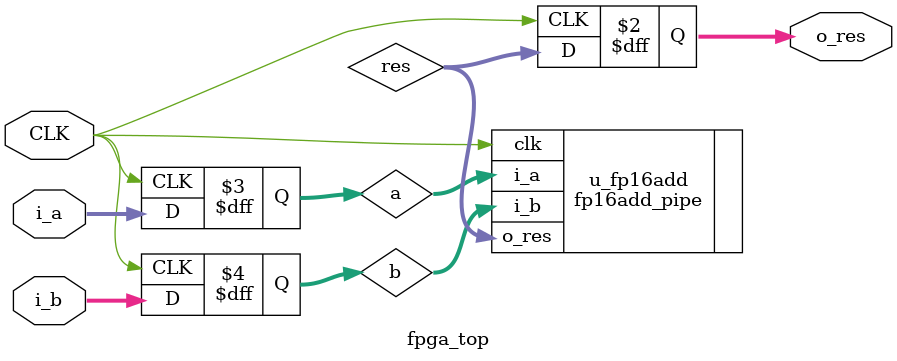
<source format=v>
module fpga_top(
   input  wire        CLK,
   input  wire [15:0] i_a,
   input  wire [15:0] i_b,
   output reg  [15:0] o_res
);

reg  [15:0] a, b;
wire [15:0] res;

always @(posedge CLK) begin
   o_res <= res;
   a     <= i_a;
   b     <= i_b;
end

fp16add_pipe u_fp16add(
   .clk   (CLK  ),
   .i_a   (a    ),
   .i_b   (b    ),
   .o_res (res  )
);

endmodule



</source>
